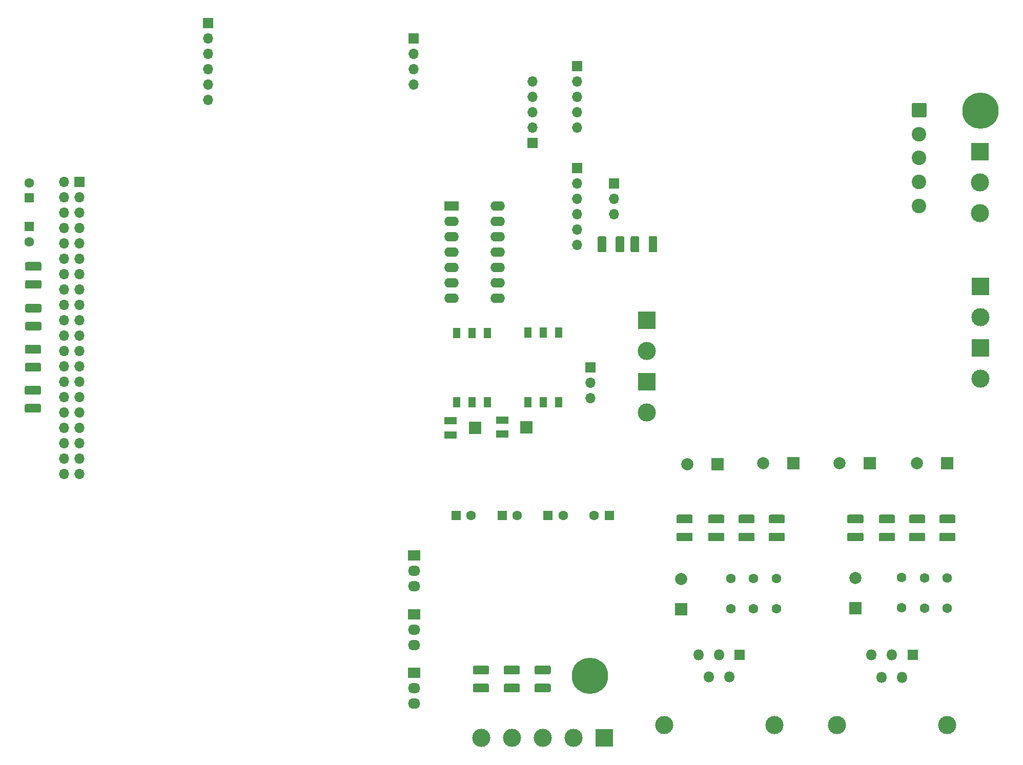
<source format=gts>
G04 #@! TF.GenerationSoftware,KiCad,Pcbnew,5.1.5+dfsg1-2build2*
G04 #@! TF.CreationDate,2020-11-12T16:29:49+01:00*
G04 #@! TF.ProjectId,motherboard,6d6f7468-6572-4626-9f61-72642e6b6963,v0.3*
G04 #@! TF.SameCoordinates,Original*
G04 #@! TF.FileFunction,Soldermask,Top*
G04 #@! TF.FilePolarity,Negative*
%FSLAX46Y46*%
G04 Gerber Fmt 4.6, Leading zero omitted, Abs format (unit mm)*
G04 Created by KiCad (PCBNEW 5.1.5+dfsg1-2build2) date 2020-11-12 16:29:49*
%MOMM*%
%LPD*%
G04 APERTURE LIST*
%ADD10O,2.400000X1.600000*%
%ADD11R,2.400000X1.600000*%
%ADD12C,0.150000*%
%ADD13C,2.400000*%
%ADD14O,1.700000X1.700000*%
%ADD15R,1.700000X1.700000*%
%ADD16C,3.000000*%
%ADD17R,3.000000X3.000000*%
%ADD18O,2.030000X1.730000*%
%ADD19R,2.030000X1.730000*%
%ADD20C,5.999480*%
%ADD21R,1.200000X1.800000*%
%ADD22C,1.600000*%
%ADD23R,1.600000X1.600000*%
%ADD24R,2.000000X1.300000*%
%ADD25R,2.000000X2.000000*%
%ADD26O,1.800000X1.800000*%
%ADD27R,1.800000X1.800000*%
%ADD28C,2.000000*%
G04 APERTURE END LIST*
D10*
X105895000Y-59850000D03*
X98275000Y-75090000D03*
X105895000Y-62390000D03*
X98275000Y-72550000D03*
X105895000Y-64930000D03*
X98275000Y-70010000D03*
X105895000Y-67470000D03*
X98275000Y-67470000D03*
X105895000Y-70010000D03*
X98275000Y-64930000D03*
X105895000Y-72550000D03*
X98275000Y-62390000D03*
X105895000Y-75090000D03*
D11*
X98275000Y-59850000D03*
D12*
G36*
X176474504Y-42801204D02*
G01*
X176498773Y-42804804D01*
X176522571Y-42810765D01*
X176545671Y-42819030D01*
X176567849Y-42829520D01*
X176588893Y-42842133D01*
X176608598Y-42856747D01*
X176626777Y-42873223D01*
X176643253Y-42891402D01*
X176657867Y-42911107D01*
X176670480Y-42932151D01*
X176680970Y-42954329D01*
X176689235Y-42977429D01*
X176695196Y-43001227D01*
X176698796Y-43025496D01*
X176700000Y-43050000D01*
X176700000Y-44950000D01*
X176698796Y-44974504D01*
X176695196Y-44998773D01*
X176689235Y-45022571D01*
X176680970Y-45045671D01*
X176670480Y-45067849D01*
X176657867Y-45088893D01*
X176643253Y-45108598D01*
X176626777Y-45126777D01*
X176608598Y-45143253D01*
X176588893Y-45157867D01*
X176567849Y-45170480D01*
X176545671Y-45180970D01*
X176522571Y-45189235D01*
X176498773Y-45195196D01*
X176474504Y-45198796D01*
X176450000Y-45200000D01*
X174550000Y-45200000D01*
X174525496Y-45198796D01*
X174501227Y-45195196D01*
X174477429Y-45189235D01*
X174454329Y-45180970D01*
X174432151Y-45170480D01*
X174411107Y-45157867D01*
X174391402Y-45143253D01*
X174373223Y-45126777D01*
X174356747Y-45108598D01*
X174342133Y-45088893D01*
X174329520Y-45067849D01*
X174319030Y-45045671D01*
X174310765Y-45022571D01*
X174304804Y-44998773D01*
X174301204Y-44974504D01*
X174300000Y-44950000D01*
X174300000Y-43050000D01*
X174301204Y-43025496D01*
X174304804Y-43001227D01*
X174310765Y-42977429D01*
X174319030Y-42954329D01*
X174329520Y-42932151D01*
X174342133Y-42911107D01*
X174356747Y-42891402D01*
X174373223Y-42873223D01*
X174391402Y-42856747D01*
X174411107Y-42842133D01*
X174432151Y-42829520D01*
X174454329Y-42819030D01*
X174477429Y-42810765D01*
X174501227Y-42804804D01*
X174525496Y-42801204D01*
X174550000Y-42800000D01*
X176450000Y-42800000D01*
X176474504Y-42801204D01*
G37*
D13*
X175500000Y-47960000D03*
X175500000Y-51920000D03*
X175500000Y-55880000D03*
X175500000Y-59840000D03*
D14*
X111650000Y-39290000D03*
X111650000Y-41830000D03*
X111650000Y-44370000D03*
X111650000Y-46910000D03*
D15*
X111650000Y-49450000D03*
D16*
X180108000Y-145598000D03*
X161908000Y-145598000D03*
X151554000Y-145574000D03*
X133354000Y-145574000D03*
D12*
G36*
X123574504Y-64851204D02*
G01*
X123598773Y-64854804D01*
X123622571Y-64860765D01*
X123645671Y-64869030D01*
X123667849Y-64879520D01*
X123688893Y-64892133D01*
X123708598Y-64906747D01*
X123726777Y-64923223D01*
X123743253Y-64941402D01*
X123757867Y-64961107D01*
X123770480Y-64982151D01*
X123780970Y-65004329D01*
X123789235Y-65027429D01*
X123795196Y-65051227D01*
X123798796Y-65075496D01*
X123800000Y-65100000D01*
X123800000Y-67250000D01*
X123798796Y-67274504D01*
X123795196Y-67298773D01*
X123789235Y-67322571D01*
X123780970Y-67345671D01*
X123770480Y-67367849D01*
X123757867Y-67388893D01*
X123743253Y-67408598D01*
X123726777Y-67426777D01*
X123708598Y-67443253D01*
X123688893Y-67457867D01*
X123667849Y-67470480D01*
X123645671Y-67480970D01*
X123622571Y-67489235D01*
X123598773Y-67495196D01*
X123574504Y-67498796D01*
X123550000Y-67500000D01*
X122625000Y-67500000D01*
X122600496Y-67498796D01*
X122576227Y-67495196D01*
X122552429Y-67489235D01*
X122529329Y-67480970D01*
X122507151Y-67470480D01*
X122486107Y-67457867D01*
X122466402Y-67443253D01*
X122448223Y-67426777D01*
X122431747Y-67408598D01*
X122417133Y-67388893D01*
X122404520Y-67367849D01*
X122394030Y-67345671D01*
X122385765Y-67322571D01*
X122379804Y-67298773D01*
X122376204Y-67274504D01*
X122375000Y-67250000D01*
X122375000Y-65100000D01*
X122376204Y-65075496D01*
X122379804Y-65051227D01*
X122385765Y-65027429D01*
X122394030Y-65004329D01*
X122404520Y-64982151D01*
X122417133Y-64961107D01*
X122431747Y-64941402D01*
X122448223Y-64923223D01*
X122466402Y-64906747D01*
X122486107Y-64892133D01*
X122507151Y-64879520D01*
X122529329Y-64869030D01*
X122552429Y-64860765D01*
X122576227Y-64854804D01*
X122600496Y-64851204D01*
X122625000Y-64850000D01*
X123550000Y-64850000D01*
X123574504Y-64851204D01*
G37*
G36*
X126549504Y-64851204D02*
G01*
X126573773Y-64854804D01*
X126597571Y-64860765D01*
X126620671Y-64869030D01*
X126642849Y-64879520D01*
X126663893Y-64892133D01*
X126683598Y-64906747D01*
X126701777Y-64923223D01*
X126718253Y-64941402D01*
X126732867Y-64961107D01*
X126745480Y-64982151D01*
X126755970Y-65004329D01*
X126764235Y-65027429D01*
X126770196Y-65051227D01*
X126773796Y-65075496D01*
X126775000Y-65100000D01*
X126775000Y-67250000D01*
X126773796Y-67274504D01*
X126770196Y-67298773D01*
X126764235Y-67322571D01*
X126755970Y-67345671D01*
X126745480Y-67367849D01*
X126732867Y-67388893D01*
X126718253Y-67408598D01*
X126701777Y-67426777D01*
X126683598Y-67443253D01*
X126663893Y-67457867D01*
X126642849Y-67470480D01*
X126620671Y-67480970D01*
X126597571Y-67489235D01*
X126573773Y-67495196D01*
X126549504Y-67498796D01*
X126525000Y-67500000D01*
X125600000Y-67500000D01*
X125575496Y-67498796D01*
X125551227Y-67495196D01*
X125527429Y-67489235D01*
X125504329Y-67480970D01*
X125482151Y-67470480D01*
X125461107Y-67457867D01*
X125441402Y-67443253D01*
X125423223Y-67426777D01*
X125406747Y-67408598D01*
X125392133Y-67388893D01*
X125379520Y-67367849D01*
X125369030Y-67345671D01*
X125360765Y-67322571D01*
X125354804Y-67298773D01*
X125351204Y-67274504D01*
X125350000Y-67250000D01*
X125350000Y-65100000D01*
X125351204Y-65075496D01*
X125354804Y-65051227D01*
X125360765Y-65027429D01*
X125369030Y-65004329D01*
X125379520Y-64982151D01*
X125392133Y-64961107D01*
X125406747Y-64941402D01*
X125423223Y-64923223D01*
X125441402Y-64906747D01*
X125461107Y-64892133D01*
X125482151Y-64879520D01*
X125504329Y-64869030D01*
X125527429Y-64860765D01*
X125551227Y-64854804D01*
X125575496Y-64851204D01*
X125600000Y-64850000D01*
X126525000Y-64850000D01*
X126549504Y-64851204D01*
G37*
G36*
X131999504Y-64851204D02*
G01*
X132023773Y-64854804D01*
X132047571Y-64860765D01*
X132070671Y-64869030D01*
X132092849Y-64879520D01*
X132113893Y-64892133D01*
X132133598Y-64906747D01*
X132151777Y-64923223D01*
X132168253Y-64941402D01*
X132182867Y-64961107D01*
X132195480Y-64982151D01*
X132205970Y-65004329D01*
X132214235Y-65027429D01*
X132220196Y-65051227D01*
X132223796Y-65075496D01*
X132225000Y-65100000D01*
X132225000Y-67250000D01*
X132223796Y-67274504D01*
X132220196Y-67298773D01*
X132214235Y-67322571D01*
X132205970Y-67345671D01*
X132195480Y-67367849D01*
X132182867Y-67388893D01*
X132168253Y-67408598D01*
X132151777Y-67426777D01*
X132133598Y-67443253D01*
X132113893Y-67457867D01*
X132092849Y-67470480D01*
X132070671Y-67480970D01*
X132047571Y-67489235D01*
X132023773Y-67495196D01*
X131999504Y-67498796D01*
X131975000Y-67500000D01*
X131050000Y-67500000D01*
X131025496Y-67498796D01*
X131001227Y-67495196D01*
X130977429Y-67489235D01*
X130954329Y-67480970D01*
X130932151Y-67470480D01*
X130911107Y-67457867D01*
X130891402Y-67443253D01*
X130873223Y-67426777D01*
X130856747Y-67408598D01*
X130842133Y-67388893D01*
X130829520Y-67367849D01*
X130819030Y-67345671D01*
X130810765Y-67322571D01*
X130804804Y-67298773D01*
X130801204Y-67274504D01*
X130800000Y-67250000D01*
X130800000Y-65100000D01*
X130801204Y-65075496D01*
X130804804Y-65051227D01*
X130810765Y-65027429D01*
X130819030Y-65004329D01*
X130829520Y-64982151D01*
X130842133Y-64961107D01*
X130856747Y-64941402D01*
X130873223Y-64923223D01*
X130891402Y-64906747D01*
X130911107Y-64892133D01*
X130932151Y-64879520D01*
X130954329Y-64869030D01*
X130977429Y-64860765D01*
X131001227Y-64854804D01*
X131025496Y-64851204D01*
X131050000Y-64850000D01*
X131975000Y-64850000D01*
X131999504Y-64851204D01*
G37*
G36*
X129024504Y-64851204D02*
G01*
X129048773Y-64854804D01*
X129072571Y-64860765D01*
X129095671Y-64869030D01*
X129117849Y-64879520D01*
X129138893Y-64892133D01*
X129158598Y-64906747D01*
X129176777Y-64923223D01*
X129193253Y-64941402D01*
X129207867Y-64961107D01*
X129220480Y-64982151D01*
X129230970Y-65004329D01*
X129239235Y-65027429D01*
X129245196Y-65051227D01*
X129248796Y-65075496D01*
X129250000Y-65100000D01*
X129250000Y-67250000D01*
X129248796Y-67274504D01*
X129245196Y-67298773D01*
X129239235Y-67322571D01*
X129230970Y-67345671D01*
X129220480Y-67367849D01*
X129207867Y-67388893D01*
X129193253Y-67408598D01*
X129176777Y-67426777D01*
X129158598Y-67443253D01*
X129138893Y-67457867D01*
X129117849Y-67470480D01*
X129095671Y-67480970D01*
X129072571Y-67489235D01*
X129048773Y-67495196D01*
X129024504Y-67498796D01*
X129000000Y-67500000D01*
X128075000Y-67500000D01*
X128050496Y-67498796D01*
X128026227Y-67495196D01*
X128002429Y-67489235D01*
X127979329Y-67480970D01*
X127957151Y-67470480D01*
X127936107Y-67457867D01*
X127916402Y-67443253D01*
X127898223Y-67426777D01*
X127881747Y-67408598D01*
X127867133Y-67388893D01*
X127854520Y-67367849D01*
X127844030Y-67345671D01*
X127835765Y-67322571D01*
X127829804Y-67298773D01*
X127826204Y-67274504D01*
X127825000Y-67250000D01*
X127825000Y-65100000D01*
X127826204Y-65075496D01*
X127829804Y-65051227D01*
X127835765Y-65027429D01*
X127844030Y-65004329D01*
X127854520Y-64982151D01*
X127867133Y-64961107D01*
X127881747Y-64941402D01*
X127898223Y-64923223D01*
X127916402Y-64906747D01*
X127936107Y-64892133D01*
X127957151Y-64879520D01*
X127979329Y-64869030D01*
X128002429Y-64860765D01*
X128026227Y-64854804D01*
X128050496Y-64851204D01*
X128075000Y-64850000D01*
X129000000Y-64850000D01*
X129024504Y-64851204D01*
G37*
D16*
X185600000Y-88350000D03*
D17*
X185600000Y-83270000D03*
D18*
X92100000Y-122680000D03*
X92100000Y-120140000D03*
D19*
X92100000Y-117600000D03*
D20*
X121100000Y-137500000D03*
X185625000Y-44050000D03*
D14*
X125075000Y-61155000D03*
X125075000Y-58615000D03*
D15*
X125075000Y-56075000D03*
D12*
G36*
X30249504Y-76001204D02*
G01*
X30273773Y-76004804D01*
X30297571Y-76010765D01*
X30320671Y-76019030D01*
X30342849Y-76029520D01*
X30363893Y-76042133D01*
X30383598Y-76056747D01*
X30401777Y-76073223D01*
X30418253Y-76091402D01*
X30432867Y-76111107D01*
X30445480Y-76132151D01*
X30455970Y-76154329D01*
X30464235Y-76177429D01*
X30470196Y-76201227D01*
X30473796Y-76225496D01*
X30475000Y-76250000D01*
X30475000Y-77175000D01*
X30473796Y-77199504D01*
X30470196Y-77223773D01*
X30464235Y-77247571D01*
X30455970Y-77270671D01*
X30445480Y-77292849D01*
X30432867Y-77313893D01*
X30418253Y-77333598D01*
X30401777Y-77351777D01*
X30383598Y-77368253D01*
X30363893Y-77382867D01*
X30342849Y-77395480D01*
X30320671Y-77405970D01*
X30297571Y-77414235D01*
X30273773Y-77420196D01*
X30249504Y-77423796D01*
X30225000Y-77425000D01*
X28075000Y-77425000D01*
X28050496Y-77423796D01*
X28026227Y-77420196D01*
X28002429Y-77414235D01*
X27979329Y-77405970D01*
X27957151Y-77395480D01*
X27936107Y-77382867D01*
X27916402Y-77368253D01*
X27898223Y-77351777D01*
X27881747Y-77333598D01*
X27867133Y-77313893D01*
X27854520Y-77292849D01*
X27844030Y-77270671D01*
X27835765Y-77247571D01*
X27829804Y-77223773D01*
X27826204Y-77199504D01*
X27825000Y-77175000D01*
X27825000Y-76250000D01*
X27826204Y-76225496D01*
X27829804Y-76201227D01*
X27835765Y-76177429D01*
X27844030Y-76154329D01*
X27854520Y-76132151D01*
X27867133Y-76111107D01*
X27881747Y-76091402D01*
X27898223Y-76073223D01*
X27916402Y-76056747D01*
X27936107Y-76042133D01*
X27957151Y-76029520D01*
X27979329Y-76019030D01*
X28002429Y-76010765D01*
X28026227Y-76004804D01*
X28050496Y-76001204D01*
X28075000Y-76000000D01*
X30225000Y-76000000D01*
X30249504Y-76001204D01*
G37*
G36*
X30249504Y-78976204D02*
G01*
X30273773Y-78979804D01*
X30297571Y-78985765D01*
X30320671Y-78994030D01*
X30342849Y-79004520D01*
X30363893Y-79017133D01*
X30383598Y-79031747D01*
X30401777Y-79048223D01*
X30418253Y-79066402D01*
X30432867Y-79086107D01*
X30445480Y-79107151D01*
X30455970Y-79129329D01*
X30464235Y-79152429D01*
X30470196Y-79176227D01*
X30473796Y-79200496D01*
X30475000Y-79225000D01*
X30475000Y-80150000D01*
X30473796Y-80174504D01*
X30470196Y-80198773D01*
X30464235Y-80222571D01*
X30455970Y-80245671D01*
X30445480Y-80267849D01*
X30432867Y-80288893D01*
X30418253Y-80308598D01*
X30401777Y-80326777D01*
X30383598Y-80343253D01*
X30363893Y-80357867D01*
X30342849Y-80370480D01*
X30320671Y-80380970D01*
X30297571Y-80389235D01*
X30273773Y-80395196D01*
X30249504Y-80398796D01*
X30225000Y-80400000D01*
X28075000Y-80400000D01*
X28050496Y-80398796D01*
X28026227Y-80395196D01*
X28002429Y-80389235D01*
X27979329Y-80380970D01*
X27957151Y-80370480D01*
X27936107Y-80357867D01*
X27916402Y-80343253D01*
X27898223Y-80326777D01*
X27881747Y-80308598D01*
X27867133Y-80288893D01*
X27854520Y-80267849D01*
X27844030Y-80245671D01*
X27835765Y-80222571D01*
X27829804Y-80198773D01*
X27826204Y-80174504D01*
X27825000Y-80150000D01*
X27825000Y-79225000D01*
X27826204Y-79200496D01*
X27829804Y-79176227D01*
X27835765Y-79152429D01*
X27844030Y-79129329D01*
X27854520Y-79107151D01*
X27867133Y-79086107D01*
X27881747Y-79066402D01*
X27898223Y-79048223D01*
X27916402Y-79031747D01*
X27936107Y-79017133D01*
X27957151Y-79004520D01*
X27979329Y-78994030D01*
X28002429Y-78985765D01*
X28026227Y-78979804D01*
X28050496Y-78976204D01*
X28075000Y-78975000D01*
X30225000Y-78975000D01*
X30249504Y-78976204D01*
G37*
G36*
X30174504Y-89576204D02*
G01*
X30198773Y-89579804D01*
X30222571Y-89585765D01*
X30245671Y-89594030D01*
X30267849Y-89604520D01*
X30288893Y-89617133D01*
X30308598Y-89631747D01*
X30326777Y-89648223D01*
X30343253Y-89666402D01*
X30357867Y-89686107D01*
X30370480Y-89707151D01*
X30380970Y-89729329D01*
X30389235Y-89752429D01*
X30395196Y-89776227D01*
X30398796Y-89800496D01*
X30400000Y-89825000D01*
X30400000Y-90750000D01*
X30398796Y-90774504D01*
X30395196Y-90798773D01*
X30389235Y-90822571D01*
X30380970Y-90845671D01*
X30370480Y-90867849D01*
X30357867Y-90888893D01*
X30343253Y-90908598D01*
X30326777Y-90926777D01*
X30308598Y-90943253D01*
X30288893Y-90957867D01*
X30267849Y-90970480D01*
X30245671Y-90980970D01*
X30222571Y-90989235D01*
X30198773Y-90995196D01*
X30174504Y-90998796D01*
X30150000Y-91000000D01*
X28000000Y-91000000D01*
X27975496Y-90998796D01*
X27951227Y-90995196D01*
X27927429Y-90989235D01*
X27904329Y-90980970D01*
X27882151Y-90970480D01*
X27861107Y-90957867D01*
X27841402Y-90943253D01*
X27823223Y-90926777D01*
X27806747Y-90908598D01*
X27792133Y-90888893D01*
X27779520Y-90867849D01*
X27769030Y-90845671D01*
X27760765Y-90822571D01*
X27754804Y-90798773D01*
X27751204Y-90774504D01*
X27750000Y-90750000D01*
X27750000Y-89825000D01*
X27751204Y-89800496D01*
X27754804Y-89776227D01*
X27760765Y-89752429D01*
X27769030Y-89729329D01*
X27779520Y-89707151D01*
X27792133Y-89686107D01*
X27806747Y-89666402D01*
X27823223Y-89648223D01*
X27841402Y-89631747D01*
X27861107Y-89617133D01*
X27882151Y-89604520D01*
X27904329Y-89594030D01*
X27927429Y-89585765D01*
X27951227Y-89579804D01*
X27975496Y-89576204D01*
X28000000Y-89575000D01*
X30150000Y-89575000D01*
X30174504Y-89576204D01*
G37*
G36*
X30174504Y-92551204D02*
G01*
X30198773Y-92554804D01*
X30222571Y-92560765D01*
X30245671Y-92569030D01*
X30267849Y-92579520D01*
X30288893Y-92592133D01*
X30308598Y-92606747D01*
X30326777Y-92623223D01*
X30343253Y-92641402D01*
X30357867Y-92661107D01*
X30370480Y-92682151D01*
X30380970Y-92704329D01*
X30389235Y-92727429D01*
X30395196Y-92751227D01*
X30398796Y-92775496D01*
X30400000Y-92800000D01*
X30400000Y-93725000D01*
X30398796Y-93749504D01*
X30395196Y-93773773D01*
X30389235Y-93797571D01*
X30380970Y-93820671D01*
X30370480Y-93842849D01*
X30357867Y-93863893D01*
X30343253Y-93883598D01*
X30326777Y-93901777D01*
X30308598Y-93918253D01*
X30288893Y-93932867D01*
X30267849Y-93945480D01*
X30245671Y-93955970D01*
X30222571Y-93964235D01*
X30198773Y-93970196D01*
X30174504Y-93973796D01*
X30150000Y-93975000D01*
X28000000Y-93975000D01*
X27975496Y-93973796D01*
X27951227Y-93970196D01*
X27927429Y-93964235D01*
X27904329Y-93955970D01*
X27882151Y-93945480D01*
X27861107Y-93932867D01*
X27841402Y-93918253D01*
X27823223Y-93901777D01*
X27806747Y-93883598D01*
X27792133Y-93863893D01*
X27779520Y-93842849D01*
X27769030Y-93820671D01*
X27760765Y-93797571D01*
X27754804Y-93773773D01*
X27751204Y-93749504D01*
X27750000Y-93725000D01*
X27750000Y-92800000D01*
X27751204Y-92775496D01*
X27754804Y-92751227D01*
X27760765Y-92727429D01*
X27769030Y-92704329D01*
X27779520Y-92682151D01*
X27792133Y-92661107D01*
X27806747Y-92641402D01*
X27823223Y-92623223D01*
X27841402Y-92606747D01*
X27861107Y-92592133D01*
X27882151Y-92579520D01*
X27904329Y-92569030D01*
X27927429Y-92560765D01*
X27951227Y-92554804D01*
X27975496Y-92551204D01*
X28000000Y-92550000D01*
X30150000Y-92550000D01*
X30174504Y-92551204D01*
G37*
G36*
X30249504Y-69101204D02*
G01*
X30273773Y-69104804D01*
X30297571Y-69110765D01*
X30320671Y-69119030D01*
X30342849Y-69129520D01*
X30363893Y-69142133D01*
X30383598Y-69156747D01*
X30401777Y-69173223D01*
X30418253Y-69191402D01*
X30432867Y-69211107D01*
X30445480Y-69232151D01*
X30455970Y-69254329D01*
X30464235Y-69277429D01*
X30470196Y-69301227D01*
X30473796Y-69325496D01*
X30475000Y-69350000D01*
X30475000Y-70275000D01*
X30473796Y-70299504D01*
X30470196Y-70323773D01*
X30464235Y-70347571D01*
X30455970Y-70370671D01*
X30445480Y-70392849D01*
X30432867Y-70413893D01*
X30418253Y-70433598D01*
X30401777Y-70451777D01*
X30383598Y-70468253D01*
X30363893Y-70482867D01*
X30342849Y-70495480D01*
X30320671Y-70505970D01*
X30297571Y-70514235D01*
X30273773Y-70520196D01*
X30249504Y-70523796D01*
X30225000Y-70525000D01*
X28075000Y-70525000D01*
X28050496Y-70523796D01*
X28026227Y-70520196D01*
X28002429Y-70514235D01*
X27979329Y-70505970D01*
X27957151Y-70495480D01*
X27936107Y-70482867D01*
X27916402Y-70468253D01*
X27898223Y-70451777D01*
X27881747Y-70433598D01*
X27867133Y-70413893D01*
X27854520Y-70392849D01*
X27844030Y-70370671D01*
X27835765Y-70347571D01*
X27829804Y-70323773D01*
X27826204Y-70299504D01*
X27825000Y-70275000D01*
X27825000Y-69350000D01*
X27826204Y-69325496D01*
X27829804Y-69301227D01*
X27835765Y-69277429D01*
X27844030Y-69254329D01*
X27854520Y-69232151D01*
X27867133Y-69211107D01*
X27881747Y-69191402D01*
X27898223Y-69173223D01*
X27916402Y-69156747D01*
X27936107Y-69142133D01*
X27957151Y-69129520D01*
X27979329Y-69119030D01*
X28002429Y-69110765D01*
X28026227Y-69104804D01*
X28050496Y-69101204D01*
X28075000Y-69100000D01*
X30225000Y-69100000D01*
X30249504Y-69101204D01*
G37*
G36*
X30249504Y-72076204D02*
G01*
X30273773Y-72079804D01*
X30297571Y-72085765D01*
X30320671Y-72094030D01*
X30342849Y-72104520D01*
X30363893Y-72117133D01*
X30383598Y-72131747D01*
X30401777Y-72148223D01*
X30418253Y-72166402D01*
X30432867Y-72186107D01*
X30445480Y-72207151D01*
X30455970Y-72229329D01*
X30464235Y-72252429D01*
X30470196Y-72276227D01*
X30473796Y-72300496D01*
X30475000Y-72325000D01*
X30475000Y-73250000D01*
X30473796Y-73274504D01*
X30470196Y-73298773D01*
X30464235Y-73322571D01*
X30455970Y-73345671D01*
X30445480Y-73367849D01*
X30432867Y-73388893D01*
X30418253Y-73408598D01*
X30401777Y-73426777D01*
X30383598Y-73443253D01*
X30363893Y-73457867D01*
X30342849Y-73470480D01*
X30320671Y-73480970D01*
X30297571Y-73489235D01*
X30273773Y-73495196D01*
X30249504Y-73498796D01*
X30225000Y-73500000D01*
X28075000Y-73500000D01*
X28050496Y-73498796D01*
X28026227Y-73495196D01*
X28002429Y-73489235D01*
X27979329Y-73480970D01*
X27957151Y-73470480D01*
X27936107Y-73457867D01*
X27916402Y-73443253D01*
X27898223Y-73426777D01*
X27881747Y-73408598D01*
X27867133Y-73388893D01*
X27854520Y-73367849D01*
X27844030Y-73345671D01*
X27835765Y-73322571D01*
X27829804Y-73298773D01*
X27826204Y-73274504D01*
X27825000Y-73250000D01*
X27825000Y-72325000D01*
X27826204Y-72300496D01*
X27829804Y-72276227D01*
X27835765Y-72252429D01*
X27844030Y-72229329D01*
X27854520Y-72207151D01*
X27867133Y-72186107D01*
X27881747Y-72166402D01*
X27898223Y-72148223D01*
X27916402Y-72131747D01*
X27936107Y-72117133D01*
X27957151Y-72104520D01*
X27979329Y-72094030D01*
X28002429Y-72085765D01*
X28026227Y-72079804D01*
X28050496Y-72076204D01*
X28075000Y-72075000D01*
X30225000Y-72075000D01*
X30249504Y-72076204D01*
G37*
G36*
X30199504Y-82801204D02*
G01*
X30223773Y-82804804D01*
X30247571Y-82810765D01*
X30270671Y-82819030D01*
X30292849Y-82829520D01*
X30313893Y-82842133D01*
X30333598Y-82856747D01*
X30351777Y-82873223D01*
X30368253Y-82891402D01*
X30382867Y-82911107D01*
X30395480Y-82932151D01*
X30405970Y-82954329D01*
X30414235Y-82977429D01*
X30420196Y-83001227D01*
X30423796Y-83025496D01*
X30425000Y-83050000D01*
X30425000Y-83975000D01*
X30423796Y-83999504D01*
X30420196Y-84023773D01*
X30414235Y-84047571D01*
X30405970Y-84070671D01*
X30395480Y-84092849D01*
X30382867Y-84113893D01*
X30368253Y-84133598D01*
X30351777Y-84151777D01*
X30333598Y-84168253D01*
X30313893Y-84182867D01*
X30292849Y-84195480D01*
X30270671Y-84205970D01*
X30247571Y-84214235D01*
X30223773Y-84220196D01*
X30199504Y-84223796D01*
X30175000Y-84225000D01*
X28025000Y-84225000D01*
X28000496Y-84223796D01*
X27976227Y-84220196D01*
X27952429Y-84214235D01*
X27929329Y-84205970D01*
X27907151Y-84195480D01*
X27886107Y-84182867D01*
X27866402Y-84168253D01*
X27848223Y-84151777D01*
X27831747Y-84133598D01*
X27817133Y-84113893D01*
X27804520Y-84092849D01*
X27794030Y-84070671D01*
X27785765Y-84047571D01*
X27779804Y-84023773D01*
X27776204Y-83999504D01*
X27775000Y-83975000D01*
X27775000Y-83050000D01*
X27776204Y-83025496D01*
X27779804Y-83001227D01*
X27785765Y-82977429D01*
X27794030Y-82954329D01*
X27804520Y-82932151D01*
X27817133Y-82911107D01*
X27831747Y-82891402D01*
X27848223Y-82873223D01*
X27866402Y-82856747D01*
X27886107Y-82842133D01*
X27907151Y-82829520D01*
X27929329Y-82819030D01*
X27952429Y-82810765D01*
X27976227Y-82804804D01*
X28000496Y-82801204D01*
X28025000Y-82800000D01*
X30175000Y-82800000D01*
X30199504Y-82801204D01*
G37*
G36*
X30199504Y-85776204D02*
G01*
X30223773Y-85779804D01*
X30247571Y-85785765D01*
X30270671Y-85794030D01*
X30292849Y-85804520D01*
X30313893Y-85817133D01*
X30333598Y-85831747D01*
X30351777Y-85848223D01*
X30368253Y-85866402D01*
X30382867Y-85886107D01*
X30395480Y-85907151D01*
X30405970Y-85929329D01*
X30414235Y-85952429D01*
X30420196Y-85976227D01*
X30423796Y-86000496D01*
X30425000Y-86025000D01*
X30425000Y-86950000D01*
X30423796Y-86974504D01*
X30420196Y-86998773D01*
X30414235Y-87022571D01*
X30405970Y-87045671D01*
X30395480Y-87067849D01*
X30382867Y-87088893D01*
X30368253Y-87108598D01*
X30351777Y-87126777D01*
X30333598Y-87143253D01*
X30313893Y-87157867D01*
X30292849Y-87170480D01*
X30270671Y-87180970D01*
X30247571Y-87189235D01*
X30223773Y-87195196D01*
X30199504Y-87198796D01*
X30175000Y-87200000D01*
X28025000Y-87200000D01*
X28000496Y-87198796D01*
X27976227Y-87195196D01*
X27952429Y-87189235D01*
X27929329Y-87180970D01*
X27907151Y-87170480D01*
X27886107Y-87157867D01*
X27866402Y-87143253D01*
X27848223Y-87126777D01*
X27831747Y-87108598D01*
X27817133Y-87088893D01*
X27804520Y-87067849D01*
X27794030Y-87045671D01*
X27785765Y-87022571D01*
X27779804Y-86998773D01*
X27776204Y-86974504D01*
X27775000Y-86950000D01*
X27775000Y-86025000D01*
X27776204Y-86000496D01*
X27779804Y-85976227D01*
X27785765Y-85952429D01*
X27794030Y-85929329D01*
X27804520Y-85907151D01*
X27817133Y-85886107D01*
X27831747Y-85866402D01*
X27848223Y-85848223D01*
X27866402Y-85831747D01*
X27886107Y-85817133D01*
X27907151Y-85804520D01*
X27929329Y-85794030D01*
X27952429Y-85785765D01*
X27976227Y-85779804D01*
X28000496Y-85776204D01*
X28025000Y-85775000D01*
X30175000Y-85775000D01*
X30199504Y-85776204D01*
G37*
D16*
X185600000Y-78205000D03*
D17*
X185600000Y-73125000D03*
D21*
X104140000Y-80800000D03*
X101600000Y-80800000D03*
X99060000Y-80800000D03*
X104140000Y-92300000D03*
X101600000Y-92300000D03*
X99060000Y-92300000D03*
X115940000Y-80750000D03*
X113400000Y-80750000D03*
X110860000Y-80750000D03*
X115940000Y-92250000D03*
X113400000Y-92250000D03*
X110860000Y-92250000D03*
D14*
X58000000Y-42350000D03*
X58000000Y-39810000D03*
X58000000Y-37270000D03*
X58000000Y-34730000D03*
X58000000Y-32190000D03*
D15*
X58000000Y-29650000D03*
D22*
X28500000Y-56000000D03*
D23*
X28500000Y-58500000D03*
D22*
X28500000Y-65750000D03*
D23*
X28500000Y-63250000D03*
D12*
G36*
X148049504Y-113826204D02*
G01*
X148073773Y-113829804D01*
X148097571Y-113835765D01*
X148120671Y-113844030D01*
X148142849Y-113854520D01*
X148163893Y-113867133D01*
X148183598Y-113881747D01*
X148201777Y-113898223D01*
X148218253Y-113916402D01*
X148232867Y-113936107D01*
X148245480Y-113957151D01*
X148255970Y-113979329D01*
X148264235Y-114002429D01*
X148270196Y-114026227D01*
X148273796Y-114050496D01*
X148275000Y-114075000D01*
X148275000Y-115000000D01*
X148273796Y-115024504D01*
X148270196Y-115048773D01*
X148264235Y-115072571D01*
X148255970Y-115095671D01*
X148245480Y-115117849D01*
X148232867Y-115138893D01*
X148218253Y-115158598D01*
X148201777Y-115176777D01*
X148183598Y-115193253D01*
X148163893Y-115207867D01*
X148142849Y-115220480D01*
X148120671Y-115230970D01*
X148097571Y-115239235D01*
X148073773Y-115245196D01*
X148049504Y-115248796D01*
X148025000Y-115250000D01*
X145875000Y-115250000D01*
X145850496Y-115248796D01*
X145826227Y-115245196D01*
X145802429Y-115239235D01*
X145779329Y-115230970D01*
X145757151Y-115220480D01*
X145736107Y-115207867D01*
X145716402Y-115193253D01*
X145698223Y-115176777D01*
X145681747Y-115158598D01*
X145667133Y-115138893D01*
X145654520Y-115117849D01*
X145644030Y-115095671D01*
X145635765Y-115072571D01*
X145629804Y-115048773D01*
X145626204Y-115024504D01*
X145625000Y-115000000D01*
X145625000Y-114075000D01*
X145626204Y-114050496D01*
X145629804Y-114026227D01*
X145635765Y-114002429D01*
X145644030Y-113979329D01*
X145654520Y-113957151D01*
X145667133Y-113936107D01*
X145681747Y-113916402D01*
X145698223Y-113898223D01*
X145716402Y-113881747D01*
X145736107Y-113867133D01*
X145757151Y-113854520D01*
X145779329Y-113844030D01*
X145802429Y-113835765D01*
X145826227Y-113829804D01*
X145850496Y-113826204D01*
X145875000Y-113825000D01*
X148025000Y-113825000D01*
X148049504Y-113826204D01*
G37*
G36*
X148049504Y-110851204D02*
G01*
X148073773Y-110854804D01*
X148097571Y-110860765D01*
X148120671Y-110869030D01*
X148142849Y-110879520D01*
X148163893Y-110892133D01*
X148183598Y-110906747D01*
X148201777Y-110923223D01*
X148218253Y-110941402D01*
X148232867Y-110961107D01*
X148245480Y-110982151D01*
X148255970Y-111004329D01*
X148264235Y-111027429D01*
X148270196Y-111051227D01*
X148273796Y-111075496D01*
X148275000Y-111100000D01*
X148275000Y-112025000D01*
X148273796Y-112049504D01*
X148270196Y-112073773D01*
X148264235Y-112097571D01*
X148255970Y-112120671D01*
X148245480Y-112142849D01*
X148232867Y-112163893D01*
X148218253Y-112183598D01*
X148201777Y-112201777D01*
X148183598Y-112218253D01*
X148163893Y-112232867D01*
X148142849Y-112245480D01*
X148120671Y-112255970D01*
X148097571Y-112264235D01*
X148073773Y-112270196D01*
X148049504Y-112273796D01*
X148025000Y-112275000D01*
X145875000Y-112275000D01*
X145850496Y-112273796D01*
X145826227Y-112270196D01*
X145802429Y-112264235D01*
X145779329Y-112255970D01*
X145757151Y-112245480D01*
X145736107Y-112232867D01*
X145716402Y-112218253D01*
X145698223Y-112201777D01*
X145681747Y-112183598D01*
X145667133Y-112163893D01*
X145654520Y-112142849D01*
X145644030Y-112120671D01*
X145635765Y-112097571D01*
X145629804Y-112073773D01*
X145626204Y-112049504D01*
X145625000Y-112025000D01*
X145625000Y-111100000D01*
X145626204Y-111075496D01*
X145629804Y-111051227D01*
X145635765Y-111027429D01*
X145644030Y-111004329D01*
X145654520Y-110982151D01*
X145667133Y-110961107D01*
X145681747Y-110941402D01*
X145698223Y-110923223D01*
X145716402Y-110906747D01*
X145736107Y-110892133D01*
X145757151Y-110879520D01*
X145779329Y-110869030D01*
X145802429Y-110860765D01*
X145826227Y-110854804D01*
X145850496Y-110851204D01*
X145875000Y-110850000D01*
X148025000Y-110850000D01*
X148049504Y-110851204D01*
G37*
G36*
X176249504Y-113826204D02*
G01*
X176273773Y-113829804D01*
X176297571Y-113835765D01*
X176320671Y-113844030D01*
X176342849Y-113854520D01*
X176363893Y-113867133D01*
X176383598Y-113881747D01*
X176401777Y-113898223D01*
X176418253Y-113916402D01*
X176432867Y-113936107D01*
X176445480Y-113957151D01*
X176455970Y-113979329D01*
X176464235Y-114002429D01*
X176470196Y-114026227D01*
X176473796Y-114050496D01*
X176475000Y-114075000D01*
X176475000Y-115000000D01*
X176473796Y-115024504D01*
X176470196Y-115048773D01*
X176464235Y-115072571D01*
X176455970Y-115095671D01*
X176445480Y-115117849D01*
X176432867Y-115138893D01*
X176418253Y-115158598D01*
X176401777Y-115176777D01*
X176383598Y-115193253D01*
X176363893Y-115207867D01*
X176342849Y-115220480D01*
X176320671Y-115230970D01*
X176297571Y-115239235D01*
X176273773Y-115245196D01*
X176249504Y-115248796D01*
X176225000Y-115250000D01*
X174075000Y-115250000D01*
X174050496Y-115248796D01*
X174026227Y-115245196D01*
X174002429Y-115239235D01*
X173979329Y-115230970D01*
X173957151Y-115220480D01*
X173936107Y-115207867D01*
X173916402Y-115193253D01*
X173898223Y-115176777D01*
X173881747Y-115158598D01*
X173867133Y-115138893D01*
X173854520Y-115117849D01*
X173844030Y-115095671D01*
X173835765Y-115072571D01*
X173829804Y-115048773D01*
X173826204Y-115024504D01*
X173825000Y-115000000D01*
X173825000Y-114075000D01*
X173826204Y-114050496D01*
X173829804Y-114026227D01*
X173835765Y-114002429D01*
X173844030Y-113979329D01*
X173854520Y-113957151D01*
X173867133Y-113936107D01*
X173881747Y-113916402D01*
X173898223Y-113898223D01*
X173916402Y-113881747D01*
X173936107Y-113867133D01*
X173957151Y-113854520D01*
X173979329Y-113844030D01*
X174002429Y-113835765D01*
X174026227Y-113829804D01*
X174050496Y-113826204D01*
X174075000Y-113825000D01*
X176225000Y-113825000D01*
X176249504Y-113826204D01*
G37*
G36*
X176249504Y-110851204D02*
G01*
X176273773Y-110854804D01*
X176297571Y-110860765D01*
X176320671Y-110869030D01*
X176342849Y-110879520D01*
X176363893Y-110892133D01*
X176383598Y-110906747D01*
X176401777Y-110923223D01*
X176418253Y-110941402D01*
X176432867Y-110961107D01*
X176445480Y-110982151D01*
X176455970Y-111004329D01*
X176464235Y-111027429D01*
X176470196Y-111051227D01*
X176473796Y-111075496D01*
X176475000Y-111100000D01*
X176475000Y-112025000D01*
X176473796Y-112049504D01*
X176470196Y-112073773D01*
X176464235Y-112097571D01*
X176455970Y-112120671D01*
X176445480Y-112142849D01*
X176432867Y-112163893D01*
X176418253Y-112183598D01*
X176401777Y-112201777D01*
X176383598Y-112218253D01*
X176363893Y-112232867D01*
X176342849Y-112245480D01*
X176320671Y-112255970D01*
X176297571Y-112264235D01*
X176273773Y-112270196D01*
X176249504Y-112273796D01*
X176225000Y-112275000D01*
X174075000Y-112275000D01*
X174050496Y-112273796D01*
X174026227Y-112270196D01*
X174002429Y-112264235D01*
X173979329Y-112255970D01*
X173957151Y-112245480D01*
X173936107Y-112232867D01*
X173916402Y-112218253D01*
X173898223Y-112201777D01*
X173881747Y-112183598D01*
X173867133Y-112163893D01*
X173854520Y-112142849D01*
X173844030Y-112120671D01*
X173835765Y-112097571D01*
X173829804Y-112073773D01*
X173826204Y-112049504D01*
X173825000Y-112025000D01*
X173825000Y-111100000D01*
X173826204Y-111075496D01*
X173829804Y-111051227D01*
X173835765Y-111027429D01*
X173844030Y-111004329D01*
X173854520Y-110982151D01*
X173867133Y-110961107D01*
X173881747Y-110941402D01*
X173898223Y-110923223D01*
X173916402Y-110906747D01*
X173936107Y-110892133D01*
X173957151Y-110879520D01*
X173979329Y-110869030D01*
X174002429Y-110860765D01*
X174026227Y-110854804D01*
X174050496Y-110851204D01*
X174075000Y-110850000D01*
X176225000Y-110850000D01*
X176249504Y-110851204D01*
G37*
G36*
X143049504Y-110851204D02*
G01*
X143073773Y-110854804D01*
X143097571Y-110860765D01*
X143120671Y-110869030D01*
X143142849Y-110879520D01*
X143163893Y-110892133D01*
X143183598Y-110906747D01*
X143201777Y-110923223D01*
X143218253Y-110941402D01*
X143232867Y-110961107D01*
X143245480Y-110982151D01*
X143255970Y-111004329D01*
X143264235Y-111027429D01*
X143270196Y-111051227D01*
X143273796Y-111075496D01*
X143275000Y-111100000D01*
X143275000Y-112025000D01*
X143273796Y-112049504D01*
X143270196Y-112073773D01*
X143264235Y-112097571D01*
X143255970Y-112120671D01*
X143245480Y-112142849D01*
X143232867Y-112163893D01*
X143218253Y-112183598D01*
X143201777Y-112201777D01*
X143183598Y-112218253D01*
X143163893Y-112232867D01*
X143142849Y-112245480D01*
X143120671Y-112255970D01*
X143097571Y-112264235D01*
X143073773Y-112270196D01*
X143049504Y-112273796D01*
X143025000Y-112275000D01*
X140875000Y-112275000D01*
X140850496Y-112273796D01*
X140826227Y-112270196D01*
X140802429Y-112264235D01*
X140779329Y-112255970D01*
X140757151Y-112245480D01*
X140736107Y-112232867D01*
X140716402Y-112218253D01*
X140698223Y-112201777D01*
X140681747Y-112183598D01*
X140667133Y-112163893D01*
X140654520Y-112142849D01*
X140644030Y-112120671D01*
X140635765Y-112097571D01*
X140629804Y-112073773D01*
X140626204Y-112049504D01*
X140625000Y-112025000D01*
X140625000Y-111100000D01*
X140626204Y-111075496D01*
X140629804Y-111051227D01*
X140635765Y-111027429D01*
X140644030Y-111004329D01*
X140654520Y-110982151D01*
X140667133Y-110961107D01*
X140681747Y-110941402D01*
X140698223Y-110923223D01*
X140716402Y-110906747D01*
X140736107Y-110892133D01*
X140757151Y-110879520D01*
X140779329Y-110869030D01*
X140802429Y-110860765D01*
X140826227Y-110854804D01*
X140850496Y-110851204D01*
X140875000Y-110850000D01*
X143025000Y-110850000D01*
X143049504Y-110851204D01*
G37*
G36*
X143049504Y-113826204D02*
G01*
X143073773Y-113829804D01*
X143097571Y-113835765D01*
X143120671Y-113844030D01*
X143142849Y-113854520D01*
X143163893Y-113867133D01*
X143183598Y-113881747D01*
X143201777Y-113898223D01*
X143218253Y-113916402D01*
X143232867Y-113936107D01*
X143245480Y-113957151D01*
X143255970Y-113979329D01*
X143264235Y-114002429D01*
X143270196Y-114026227D01*
X143273796Y-114050496D01*
X143275000Y-114075000D01*
X143275000Y-115000000D01*
X143273796Y-115024504D01*
X143270196Y-115048773D01*
X143264235Y-115072571D01*
X143255970Y-115095671D01*
X143245480Y-115117849D01*
X143232867Y-115138893D01*
X143218253Y-115158598D01*
X143201777Y-115176777D01*
X143183598Y-115193253D01*
X143163893Y-115207867D01*
X143142849Y-115220480D01*
X143120671Y-115230970D01*
X143097571Y-115239235D01*
X143073773Y-115245196D01*
X143049504Y-115248796D01*
X143025000Y-115250000D01*
X140875000Y-115250000D01*
X140850496Y-115248796D01*
X140826227Y-115245196D01*
X140802429Y-115239235D01*
X140779329Y-115230970D01*
X140757151Y-115220480D01*
X140736107Y-115207867D01*
X140716402Y-115193253D01*
X140698223Y-115176777D01*
X140681747Y-115158598D01*
X140667133Y-115138893D01*
X140654520Y-115117849D01*
X140644030Y-115095671D01*
X140635765Y-115072571D01*
X140629804Y-115048773D01*
X140626204Y-115024504D01*
X140625000Y-115000000D01*
X140625000Y-114075000D01*
X140626204Y-114050496D01*
X140629804Y-114026227D01*
X140635765Y-114002429D01*
X140644030Y-113979329D01*
X140654520Y-113957151D01*
X140667133Y-113936107D01*
X140681747Y-113916402D01*
X140698223Y-113898223D01*
X140716402Y-113881747D01*
X140736107Y-113867133D01*
X140757151Y-113854520D01*
X140779329Y-113844030D01*
X140802429Y-113835765D01*
X140826227Y-113829804D01*
X140850496Y-113826204D01*
X140875000Y-113825000D01*
X143025000Y-113825000D01*
X143049504Y-113826204D01*
G37*
G36*
X137849504Y-113826204D02*
G01*
X137873773Y-113829804D01*
X137897571Y-113835765D01*
X137920671Y-113844030D01*
X137942849Y-113854520D01*
X137963893Y-113867133D01*
X137983598Y-113881747D01*
X138001777Y-113898223D01*
X138018253Y-113916402D01*
X138032867Y-113936107D01*
X138045480Y-113957151D01*
X138055970Y-113979329D01*
X138064235Y-114002429D01*
X138070196Y-114026227D01*
X138073796Y-114050496D01*
X138075000Y-114075000D01*
X138075000Y-115000000D01*
X138073796Y-115024504D01*
X138070196Y-115048773D01*
X138064235Y-115072571D01*
X138055970Y-115095671D01*
X138045480Y-115117849D01*
X138032867Y-115138893D01*
X138018253Y-115158598D01*
X138001777Y-115176777D01*
X137983598Y-115193253D01*
X137963893Y-115207867D01*
X137942849Y-115220480D01*
X137920671Y-115230970D01*
X137897571Y-115239235D01*
X137873773Y-115245196D01*
X137849504Y-115248796D01*
X137825000Y-115250000D01*
X135675000Y-115250000D01*
X135650496Y-115248796D01*
X135626227Y-115245196D01*
X135602429Y-115239235D01*
X135579329Y-115230970D01*
X135557151Y-115220480D01*
X135536107Y-115207867D01*
X135516402Y-115193253D01*
X135498223Y-115176777D01*
X135481747Y-115158598D01*
X135467133Y-115138893D01*
X135454520Y-115117849D01*
X135444030Y-115095671D01*
X135435765Y-115072571D01*
X135429804Y-115048773D01*
X135426204Y-115024504D01*
X135425000Y-115000000D01*
X135425000Y-114075000D01*
X135426204Y-114050496D01*
X135429804Y-114026227D01*
X135435765Y-114002429D01*
X135444030Y-113979329D01*
X135454520Y-113957151D01*
X135467133Y-113936107D01*
X135481747Y-113916402D01*
X135498223Y-113898223D01*
X135516402Y-113881747D01*
X135536107Y-113867133D01*
X135557151Y-113854520D01*
X135579329Y-113844030D01*
X135602429Y-113835765D01*
X135626227Y-113829804D01*
X135650496Y-113826204D01*
X135675000Y-113825000D01*
X137825000Y-113825000D01*
X137849504Y-113826204D01*
G37*
G36*
X137849504Y-110851204D02*
G01*
X137873773Y-110854804D01*
X137897571Y-110860765D01*
X137920671Y-110869030D01*
X137942849Y-110879520D01*
X137963893Y-110892133D01*
X137983598Y-110906747D01*
X138001777Y-110923223D01*
X138018253Y-110941402D01*
X138032867Y-110961107D01*
X138045480Y-110982151D01*
X138055970Y-111004329D01*
X138064235Y-111027429D01*
X138070196Y-111051227D01*
X138073796Y-111075496D01*
X138075000Y-111100000D01*
X138075000Y-112025000D01*
X138073796Y-112049504D01*
X138070196Y-112073773D01*
X138064235Y-112097571D01*
X138055970Y-112120671D01*
X138045480Y-112142849D01*
X138032867Y-112163893D01*
X138018253Y-112183598D01*
X138001777Y-112201777D01*
X137983598Y-112218253D01*
X137963893Y-112232867D01*
X137942849Y-112245480D01*
X137920671Y-112255970D01*
X137897571Y-112264235D01*
X137873773Y-112270196D01*
X137849504Y-112273796D01*
X137825000Y-112275000D01*
X135675000Y-112275000D01*
X135650496Y-112273796D01*
X135626227Y-112270196D01*
X135602429Y-112264235D01*
X135579329Y-112255970D01*
X135557151Y-112245480D01*
X135536107Y-112232867D01*
X135516402Y-112218253D01*
X135498223Y-112201777D01*
X135481747Y-112183598D01*
X135467133Y-112163893D01*
X135454520Y-112142849D01*
X135444030Y-112120671D01*
X135435765Y-112097571D01*
X135429804Y-112073773D01*
X135426204Y-112049504D01*
X135425000Y-112025000D01*
X135425000Y-111100000D01*
X135426204Y-111075496D01*
X135429804Y-111051227D01*
X135435765Y-111027429D01*
X135444030Y-111004329D01*
X135454520Y-110982151D01*
X135467133Y-110961107D01*
X135481747Y-110941402D01*
X135498223Y-110923223D01*
X135516402Y-110906747D01*
X135536107Y-110892133D01*
X135557151Y-110879520D01*
X135579329Y-110869030D01*
X135602429Y-110860765D01*
X135626227Y-110854804D01*
X135650496Y-110851204D01*
X135675000Y-110850000D01*
X137825000Y-110850000D01*
X137849504Y-110851204D01*
G37*
G36*
X171249504Y-110851204D02*
G01*
X171273773Y-110854804D01*
X171297571Y-110860765D01*
X171320671Y-110869030D01*
X171342849Y-110879520D01*
X171363893Y-110892133D01*
X171383598Y-110906747D01*
X171401777Y-110923223D01*
X171418253Y-110941402D01*
X171432867Y-110961107D01*
X171445480Y-110982151D01*
X171455970Y-111004329D01*
X171464235Y-111027429D01*
X171470196Y-111051227D01*
X171473796Y-111075496D01*
X171475000Y-111100000D01*
X171475000Y-112025000D01*
X171473796Y-112049504D01*
X171470196Y-112073773D01*
X171464235Y-112097571D01*
X171455970Y-112120671D01*
X171445480Y-112142849D01*
X171432867Y-112163893D01*
X171418253Y-112183598D01*
X171401777Y-112201777D01*
X171383598Y-112218253D01*
X171363893Y-112232867D01*
X171342849Y-112245480D01*
X171320671Y-112255970D01*
X171297571Y-112264235D01*
X171273773Y-112270196D01*
X171249504Y-112273796D01*
X171225000Y-112275000D01*
X169075000Y-112275000D01*
X169050496Y-112273796D01*
X169026227Y-112270196D01*
X169002429Y-112264235D01*
X168979329Y-112255970D01*
X168957151Y-112245480D01*
X168936107Y-112232867D01*
X168916402Y-112218253D01*
X168898223Y-112201777D01*
X168881747Y-112183598D01*
X168867133Y-112163893D01*
X168854520Y-112142849D01*
X168844030Y-112120671D01*
X168835765Y-112097571D01*
X168829804Y-112073773D01*
X168826204Y-112049504D01*
X168825000Y-112025000D01*
X168825000Y-111100000D01*
X168826204Y-111075496D01*
X168829804Y-111051227D01*
X168835765Y-111027429D01*
X168844030Y-111004329D01*
X168854520Y-110982151D01*
X168867133Y-110961107D01*
X168881747Y-110941402D01*
X168898223Y-110923223D01*
X168916402Y-110906747D01*
X168936107Y-110892133D01*
X168957151Y-110879520D01*
X168979329Y-110869030D01*
X169002429Y-110860765D01*
X169026227Y-110854804D01*
X169050496Y-110851204D01*
X169075000Y-110850000D01*
X171225000Y-110850000D01*
X171249504Y-110851204D01*
G37*
G36*
X171249504Y-113826204D02*
G01*
X171273773Y-113829804D01*
X171297571Y-113835765D01*
X171320671Y-113844030D01*
X171342849Y-113854520D01*
X171363893Y-113867133D01*
X171383598Y-113881747D01*
X171401777Y-113898223D01*
X171418253Y-113916402D01*
X171432867Y-113936107D01*
X171445480Y-113957151D01*
X171455970Y-113979329D01*
X171464235Y-114002429D01*
X171470196Y-114026227D01*
X171473796Y-114050496D01*
X171475000Y-114075000D01*
X171475000Y-115000000D01*
X171473796Y-115024504D01*
X171470196Y-115048773D01*
X171464235Y-115072571D01*
X171455970Y-115095671D01*
X171445480Y-115117849D01*
X171432867Y-115138893D01*
X171418253Y-115158598D01*
X171401777Y-115176777D01*
X171383598Y-115193253D01*
X171363893Y-115207867D01*
X171342849Y-115220480D01*
X171320671Y-115230970D01*
X171297571Y-115239235D01*
X171273773Y-115245196D01*
X171249504Y-115248796D01*
X171225000Y-115250000D01*
X169075000Y-115250000D01*
X169050496Y-115248796D01*
X169026227Y-115245196D01*
X169002429Y-115239235D01*
X168979329Y-115230970D01*
X168957151Y-115220480D01*
X168936107Y-115207867D01*
X168916402Y-115193253D01*
X168898223Y-115176777D01*
X168881747Y-115158598D01*
X168867133Y-115138893D01*
X168854520Y-115117849D01*
X168844030Y-115095671D01*
X168835765Y-115072571D01*
X168829804Y-115048773D01*
X168826204Y-115024504D01*
X168825000Y-115000000D01*
X168825000Y-114075000D01*
X168826204Y-114050496D01*
X168829804Y-114026227D01*
X168835765Y-114002429D01*
X168844030Y-113979329D01*
X168854520Y-113957151D01*
X168867133Y-113936107D01*
X168881747Y-113916402D01*
X168898223Y-113898223D01*
X168916402Y-113881747D01*
X168936107Y-113867133D01*
X168957151Y-113854520D01*
X168979329Y-113844030D01*
X169002429Y-113835765D01*
X169026227Y-113829804D01*
X169050496Y-113826204D01*
X169075000Y-113825000D01*
X171225000Y-113825000D01*
X171249504Y-113826204D01*
G37*
G36*
X166049504Y-113826204D02*
G01*
X166073773Y-113829804D01*
X166097571Y-113835765D01*
X166120671Y-113844030D01*
X166142849Y-113854520D01*
X166163893Y-113867133D01*
X166183598Y-113881747D01*
X166201777Y-113898223D01*
X166218253Y-113916402D01*
X166232867Y-113936107D01*
X166245480Y-113957151D01*
X166255970Y-113979329D01*
X166264235Y-114002429D01*
X166270196Y-114026227D01*
X166273796Y-114050496D01*
X166275000Y-114075000D01*
X166275000Y-115000000D01*
X166273796Y-115024504D01*
X166270196Y-115048773D01*
X166264235Y-115072571D01*
X166255970Y-115095671D01*
X166245480Y-115117849D01*
X166232867Y-115138893D01*
X166218253Y-115158598D01*
X166201777Y-115176777D01*
X166183598Y-115193253D01*
X166163893Y-115207867D01*
X166142849Y-115220480D01*
X166120671Y-115230970D01*
X166097571Y-115239235D01*
X166073773Y-115245196D01*
X166049504Y-115248796D01*
X166025000Y-115250000D01*
X163875000Y-115250000D01*
X163850496Y-115248796D01*
X163826227Y-115245196D01*
X163802429Y-115239235D01*
X163779329Y-115230970D01*
X163757151Y-115220480D01*
X163736107Y-115207867D01*
X163716402Y-115193253D01*
X163698223Y-115176777D01*
X163681747Y-115158598D01*
X163667133Y-115138893D01*
X163654520Y-115117849D01*
X163644030Y-115095671D01*
X163635765Y-115072571D01*
X163629804Y-115048773D01*
X163626204Y-115024504D01*
X163625000Y-115000000D01*
X163625000Y-114075000D01*
X163626204Y-114050496D01*
X163629804Y-114026227D01*
X163635765Y-114002429D01*
X163644030Y-113979329D01*
X163654520Y-113957151D01*
X163667133Y-113936107D01*
X163681747Y-113916402D01*
X163698223Y-113898223D01*
X163716402Y-113881747D01*
X163736107Y-113867133D01*
X163757151Y-113854520D01*
X163779329Y-113844030D01*
X163802429Y-113835765D01*
X163826227Y-113829804D01*
X163850496Y-113826204D01*
X163875000Y-113825000D01*
X166025000Y-113825000D01*
X166049504Y-113826204D01*
G37*
G36*
X166049504Y-110851204D02*
G01*
X166073773Y-110854804D01*
X166097571Y-110860765D01*
X166120671Y-110869030D01*
X166142849Y-110879520D01*
X166163893Y-110892133D01*
X166183598Y-110906747D01*
X166201777Y-110923223D01*
X166218253Y-110941402D01*
X166232867Y-110961107D01*
X166245480Y-110982151D01*
X166255970Y-111004329D01*
X166264235Y-111027429D01*
X166270196Y-111051227D01*
X166273796Y-111075496D01*
X166275000Y-111100000D01*
X166275000Y-112025000D01*
X166273796Y-112049504D01*
X166270196Y-112073773D01*
X166264235Y-112097571D01*
X166255970Y-112120671D01*
X166245480Y-112142849D01*
X166232867Y-112163893D01*
X166218253Y-112183598D01*
X166201777Y-112201777D01*
X166183598Y-112218253D01*
X166163893Y-112232867D01*
X166142849Y-112245480D01*
X166120671Y-112255970D01*
X166097571Y-112264235D01*
X166073773Y-112270196D01*
X166049504Y-112273796D01*
X166025000Y-112275000D01*
X163875000Y-112275000D01*
X163850496Y-112273796D01*
X163826227Y-112270196D01*
X163802429Y-112264235D01*
X163779329Y-112255970D01*
X163757151Y-112245480D01*
X163736107Y-112232867D01*
X163716402Y-112218253D01*
X163698223Y-112201777D01*
X163681747Y-112183598D01*
X163667133Y-112163893D01*
X163654520Y-112142849D01*
X163644030Y-112120671D01*
X163635765Y-112097571D01*
X163629804Y-112073773D01*
X163626204Y-112049504D01*
X163625000Y-112025000D01*
X163625000Y-111100000D01*
X163626204Y-111075496D01*
X163629804Y-111051227D01*
X163635765Y-111027429D01*
X163644030Y-111004329D01*
X163654520Y-110982151D01*
X163667133Y-110961107D01*
X163681747Y-110941402D01*
X163698223Y-110923223D01*
X163716402Y-110906747D01*
X163736107Y-110892133D01*
X163757151Y-110879520D01*
X163779329Y-110869030D01*
X163802429Y-110860765D01*
X163826227Y-110854804D01*
X163850496Y-110851204D01*
X163875000Y-110850000D01*
X166025000Y-110850000D01*
X166049504Y-110851204D01*
G37*
G36*
X153049504Y-113826204D02*
G01*
X153073773Y-113829804D01*
X153097571Y-113835765D01*
X153120671Y-113844030D01*
X153142849Y-113854520D01*
X153163893Y-113867133D01*
X153183598Y-113881747D01*
X153201777Y-113898223D01*
X153218253Y-113916402D01*
X153232867Y-113936107D01*
X153245480Y-113957151D01*
X153255970Y-113979329D01*
X153264235Y-114002429D01*
X153270196Y-114026227D01*
X153273796Y-114050496D01*
X153275000Y-114075000D01*
X153275000Y-115000000D01*
X153273796Y-115024504D01*
X153270196Y-115048773D01*
X153264235Y-115072571D01*
X153255970Y-115095671D01*
X153245480Y-115117849D01*
X153232867Y-115138893D01*
X153218253Y-115158598D01*
X153201777Y-115176777D01*
X153183598Y-115193253D01*
X153163893Y-115207867D01*
X153142849Y-115220480D01*
X153120671Y-115230970D01*
X153097571Y-115239235D01*
X153073773Y-115245196D01*
X153049504Y-115248796D01*
X153025000Y-115250000D01*
X150875000Y-115250000D01*
X150850496Y-115248796D01*
X150826227Y-115245196D01*
X150802429Y-115239235D01*
X150779329Y-115230970D01*
X150757151Y-115220480D01*
X150736107Y-115207867D01*
X150716402Y-115193253D01*
X150698223Y-115176777D01*
X150681747Y-115158598D01*
X150667133Y-115138893D01*
X150654520Y-115117849D01*
X150644030Y-115095671D01*
X150635765Y-115072571D01*
X150629804Y-115048773D01*
X150626204Y-115024504D01*
X150625000Y-115000000D01*
X150625000Y-114075000D01*
X150626204Y-114050496D01*
X150629804Y-114026227D01*
X150635765Y-114002429D01*
X150644030Y-113979329D01*
X150654520Y-113957151D01*
X150667133Y-113936107D01*
X150681747Y-113916402D01*
X150698223Y-113898223D01*
X150716402Y-113881747D01*
X150736107Y-113867133D01*
X150757151Y-113854520D01*
X150779329Y-113844030D01*
X150802429Y-113835765D01*
X150826227Y-113829804D01*
X150850496Y-113826204D01*
X150875000Y-113825000D01*
X153025000Y-113825000D01*
X153049504Y-113826204D01*
G37*
G36*
X153049504Y-110851204D02*
G01*
X153073773Y-110854804D01*
X153097571Y-110860765D01*
X153120671Y-110869030D01*
X153142849Y-110879520D01*
X153163893Y-110892133D01*
X153183598Y-110906747D01*
X153201777Y-110923223D01*
X153218253Y-110941402D01*
X153232867Y-110961107D01*
X153245480Y-110982151D01*
X153255970Y-111004329D01*
X153264235Y-111027429D01*
X153270196Y-111051227D01*
X153273796Y-111075496D01*
X153275000Y-111100000D01*
X153275000Y-112025000D01*
X153273796Y-112049504D01*
X153270196Y-112073773D01*
X153264235Y-112097571D01*
X153255970Y-112120671D01*
X153245480Y-112142849D01*
X153232867Y-112163893D01*
X153218253Y-112183598D01*
X153201777Y-112201777D01*
X153183598Y-112218253D01*
X153163893Y-112232867D01*
X153142849Y-112245480D01*
X153120671Y-112255970D01*
X153097571Y-112264235D01*
X153073773Y-112270196D01*
X153049504Y-112273796D01*
X153025000Y-112275000D01*
X150875000Y-112275000D01*
X150850496Y-112273796D01*
X150826227Y-112270196D01*
X150802429Y-112264235D01*
X150779329Y-112255970D01*
X150757151Y-112245480D01*
X150736107Y-112232867D01*
X150716402Y-112218253D01*
X150698223Y-112201777D01*
X150681747Y-112183598D01*
X150667133Y-112163893D01*
X150654520Y-112142849D01*
X150644030Y-112120671D01*
X150635765Y-112097571D01*
X150629804Y-112073773D01*
X150626204Y-112049504D01*
X150625000Y-112025000D01*
X150625000Y-111100000D01*
X150626204Y-111075496D01*
X150629804Y-111051227D01*
X150635765Y-111027429D01*
X150644030Y-111004329D01*
X150654520Y-110982151D01*
X150667133Y-110961107D01*
X150681747Y-110941402D01*
X150698223Y-110923223D01*
X150716402Y-110906747D01*
X150736107Y-110892133D01*
X150757151Y-110879520D01*
X150779329Y-110869030D01*
X150802429Y-110860765D01*
X150826227Y-110854804D01*
X150850496Y-110851204D01*
X150875000Y-110850000D01*
X153025000Y-110850000D01*
X153049504Y-110851204D01*
G37*
G36*
X181249504Y-113826204D02*
G01*
X181273773Y-113829804D01*
X181297571Y-113835765D01*
X181320671Y-113844030D01*
X181342849Y-113854520D01*
X181363893Y-113867133D01*
X181383598Y-113881747D01*
X181401777Y-113898223D01*
X181418253Y-113916402D01*
X181432867Y-113936107D01*
X181445480Y-113957151D01*
X181455970Y-113979329D01*
X181464235Y-114002429D01*
X181470196Y-114026227D01*
X181473796Y-114050496D01*
X181475000Y-114075000D01*
X181475000Y-115000000D01*
X181473796Y-115024504D01*
X181470196Y-115048773D01*
X181464235Y-115072571D01*
X181455970Y-115095671D01*
X181445480Y-115117849D01*
X181432867Y-115138893D01*
X181418253Y-115158598D01*
X181401777Y-115176777D01*
X181383598Y-115193253D01*
X181363893Y-115207867D01*
X181342849Y-115220480D01*
X181320671Y-115230970D01*
X181297571Y-115239235D01*
X181273773Y-115245196D01*
X181249504Y-115248796D01*
X181225000Y-115250000D01*
X179075000Y-115250000D01*
X179050496Y-115248796D01*
X179026227Y-115245196D01*
X179002429Y-115239235D01*
X178979329Y-115230970D01*
X178957151Y-115220480D01*
X178936107Y-115207867D01*
X178916402Y-115193253D01*
X178898223Y-115176777D01*
X178881747Y-115158598D01*
X178867133Y-115138893D01*
X178854520Y-115117849D01*
X178844030Y-115095671D01*
X178835765Y-115072571D01*
X178829804Y-115048773D01*
X178826204Y-115024504D01*
X178825000Y-115000000D01*
X178825000Y-114075000D01*
X178826204Y-114050496D01*
X178829804Y-114026227D01*
X178835765Y-114002429D01*
X178844030Y-113979329D01*
X178854520Y-113957151D01*
X178867133Y-113936107D01*
X178881747Y-113916402D01*
X178898223Y-113898223D01*
X178916402Y-113881747D01*
X178936107Y-113867133D01*
X178957151Y-113854520D01*
X178979329Y-113844030D01*
X179002429Y-113835765D01*
X179026227Y-113829804D01*
X179050496Y-113826204D01*
X179075000Y-113825000D01*
X181225000Y-113825000D01*
X181249504Y-113826204D01*
G37*
G36*
X181249504Y-110851204D02*
G01*
X181273773Y-110854804D01*
X181297571Y-110860765D01*
X181320671Y-110869030D01*
X181342849Y-110879520D01*
X181363893Y-110892133D01*
X181383598Y-110906747D01*
X181401777Y-110923223D01*
X181418253Y-110941402D01*
X181432867Y-110961107D01*
X181445480Y-110982151D01*
X181455970Y-111004329D01*
X181464235Y-111027429D01*
X181470196Y-111051227D01*
X181473796Y-111075496D01*
X181475000Y-111100000D01*
X181475000Y-112025000D01*
X181473796Y-112049504D01*
X181470196Y-112073773D01*
X181464235Y-112097571D01*
X181455970Y-112120671D01*
X181445480Y-112142849D01*
X181432867Y-112163893D01*
X181418253Y-112183598D01*
X181401777Y-112201777D01*
X181383598Y-112218253D01*
X181363893Y-112232867D01*
X181342849Y-112245480D01*
X181320671Y-112255970D01*
X181297571Y-112264235D01*
X181273773Y-112270196D01*
X181249504Y-112273796D01*
X181225000Y-112275000D01*
X179075000Y-112275000D01*
X179050496Y-112273796D01*
X179026227Y-112270196D01*
X179002429Y-112264235D01*
X178979329Y-112255970D01*
X178957151Y-112245480D01*
X178936107Y-112232867D01*
X178916402Y-112218253D01*
X178898223Y-112201777D01*
X178881747Y-112183598D01*
X178867133Y-112163893D01*
X178854520Y-112142849D01*
X178844030Y-112120671D01*
X178835765Y-112097571D01*
X178829804Y-112073773D01*
X178826204Y-112049504D01*
X178825000Y-112025000D01*
X178825000Y-111100000D01*
X178826204Y-111075496D01*
X178829804Y-111051227D01*
X178835765Y-111027429D01*
X178844030Y-111004329D01*
X178854520Y-110982151D01*
X178867133Y-110961107D01*
X178881747Y-110941402D01*
X178898223Y-110923223D01*
X178916402Y-110906747D01*
X178936107Y-110892133D01*
X178957151Y-110879520D01*
X178979329Y-110869030D01*
X179002429Y-110860765D01*
X179026227Y-110854804D01*
X179050496Y-110851204D01*
X179075000Y-110850000D01*
X181225000Y-110850000D01*
X181249504Y-110851204D01*
G37*
D18*
X92100000Y-142080000D03*
X92100000Y-139540000D03*
D19*
X92100000Y-137000000D03*
D18*
X92100000Y-132380000D03*
X92100000Y-129840000D03*
D19*
X92100000Y-127300000D03*
D12*
G36*
X114399504Y-135801204D02*
G01*
X114423773Y-135804804D01*
X114447571Y-135810765D01*
X114470671Y-135819030D01*
X114492849Y-135829520D01*
X114513893Y-135842133D01*
X114533598Y-135856747D01*
X114551777Y-135873223D01*
X114568253Y-135891402D01*
X114582867Y-135911107D01*
X114595480Y-135932151D01*
X114605970Y-135954329D01*
X114614235Y-135977429D01*
X114620196Y-136001227D01*
X114623796Y-136025496D01*
X114625000Y-136050000D01*
X114625000Y-136975000D01*
X114623796Y-136999504D01*
X114620196Y-137023773D01*
X114614235Y-137047571D01*
X114605970Y-137070671D01*
X114595480Y-137092849D01*
X114582867Y-137113893D01*
X114568253Y-137133598D01*
X114551777Y-137151777D01*
X114533598Y-137168253D01*
X114513893Y-137182867D01*
X114492849Y-137195480D01*
X114470671Y-137205970D01*
X114447571Y-137214235D01*
X114423773Y-137220196D01*
X114399504Y-137223796D01*
X114375000Y-137225000D01*
X112225000Y-137225000D01*
X112200496Y-137223796D01*
X112176227Y-137220196D01*
X112152429Y-137214235D01*
X112129329Y-137205970D01*
X112107151Y-137195480D01*
X112086107Y-137182867D01*
X112066402Y-137168253D01*
X112048223Y-137151777D01*
X112031747Y-137133598D01*
X112017133Y-137113893D01*
X112004520Y-137092849D01*
X111994030Y-137070671D01*
X111985765Y-137047571D01*
X111979804Y-137023773D01*
X111976204Y-136999504D01*
X111975000Y-136975000D01*
X111975000Y-136050000D01*
X111976204Y-136025496D01*
X111979804Y-136001227D01*
X111985765Y-135977429D01*
X111994030Y-135954329D01*
X112004520Y-135932151D01*
X112017133Y-135911107D01*
X112031747Y-135891402D01*
X112048223Y-135873223D01*
X112066402Y-135856747D01*
X112086107Y-135842133D01*
X112107151Y-135829520D01*
X112129329Y-135819030D01*
X112152429Y-135810765D01*
X112176227Y-135804804D01*
X112200496Y-135801204D01*
X112225000Y-135800000D01*
X114375000Y-135800000D01*
X114399504Y-135801204D01*
G37*
G36*
X114399504Y-138776204D02*
G01*
X114423773Y-138779804D01*
X114447571Y-138785765D01*
X114470671Y-138794030D01*
X114492849Y-138804520D01*
X114513893Y-138817133D01*
X114533598Y-138831747D01*
X114551777Y-138848223D01*
X114568253Y-138866402D01*
X114582867Y-138886107D01*
X114595480Y-138907151D01*
X114605970Y-138929329D01*
X114614235Y-138952429D01*
X114620196Y-138976227D01*
X114623796Y-139000496D01*
X114625000Y-139025000D01*
X114625000Y-139950000D01*
X114623796Y-139974504D01*
X114620196Y-139998773D01*
X114614235Y-140022571D01*
X114605970Y-140045671D01*
X114595480Y-140067849D01*
X114582867Y-140088893D01*
X114568253Y-140108598D01*
X114551777Y-140126777D01*
X114533598Y-140143253D01*
X114513893Y-140157867D01*
X114492849Y-140170480D01*
X114470671Y-140180970D01*
X114447571Y-140189235D01*
X114423773Y-140195196D01*
X114399504Y-140198796D01*
X114375000Y-140200000D01*
X112225000Y-140200000D01*
X112200496Y-140198796D01*
X112176227Y-140195196D01*
X112152429Y-140189235D01*
X112129329Y-140180970D01*
X112107151Y-140170480D01*
X112086107Y-140157867D01*
X112066402Y-140143253D01*
X112048223Y-140126777D01*
X112031747Y-140108598D01*
X112017133Y-140088893D01*
X112004520Y-140067849D01*
X111994030Y-140045671D01*
X111985765Y-140022571D01*
X111979804Y-139998773D01*
X111976204Y-139974504D01*
X111975000Y-139950000D01*
X111975000Y-139025000D01*
X111976204Y-139000496D01*
X111979804Y-138976227D01*
X111985765Y-138952429D01*
X111994030Y-138929329D01*
X112004520Y-138907151D01*
X112017133Y-138886107D01*
X112031747Y-138866402D01*
X112048223Y-138848223D01*
X112066402Y-138831747D01*
X112086107Y-138817133D01*
X112107151Y-138804520D01*
X112129329Y-138794030D01*
X112152429Y-138785765D01*
X112176227Y-138779804D01*
X112200496Y-138776204D01*
X112225000Y-138775000D01*
X114375000Y-138775000D01*
X114399504Y-138776204D01*
G37*
G36*
X109299504Y-135801204D02*
G01*
X109323773Y-135804804D01*
X109347571Y-135810765D01*
X109370671Y-135819030D01*
X109392849Y-135829520D01*
X109413893Y-135842133D01*
X109433598Y-135856747D01*
X109451777Y-135873223D01*
X109468253Y-135891402D01*
X109482867Y-135911107D01*
X109495480Y-135932151D01*
X109505970Y-135954329D01*
X109514235Y-135977429D01*
X109520196Y-136001227D01*
X109523796Y-136025496D01*
X109525000Y-136050000D01*
X109525000Y-136975000D01*
X109523796Y-136999504D01*
X109520196Y-137023773D01*
X109514235Y-137047571D01*
X109505970Y-137070671D01*
X109495480Y-137092849D01*
X109482867Y-137113893D01*
X109468253Y-137133598D01*
X109451777Y-137151777D01*
X109433598Y-137168253D01*
X109413893Y-137182867D01*
X109392849Y-137195480D01*
X109370671Y-137205970D01*
X109347571Y-137214235D01*
X109323773Y-137220196D01*
X109299504Y-137223796D01*
X109275000Y-137225000D01*
X107125000Y-137225000D01*
X107100496Y-137223796D01*
X107076227Y-137220196D01*
X107052429Y-137214235D01*
X107029329Y-137205970D01*
X107007151Y-137195480D01*
X106986107Y-137182867D01*
X106966402Y-137168253D01*
X106948223Y-137151777D01*
X106931747Y-137133598D01*
X106917133Y-137113893D01*
X106904520Y-137092849D01*
X106894030Y-137070671D01*
X106885765Y-137047571D01*
X106879804Y-137023773D01*
X106876204Y-136999504D01*
X106875000Y-136975000D01*
X106875000Y-136050000D01*
X106876204Y-136025496D01*
X106879804Y-136001227D01*
X106885765Y-135977429D01*
X106894030Y-135954329D01*
X106904520Y-135932151D01*
X106917133Y-135911107D01*
X106931747Y-135891402D01*
X106948223Y-135873223D01*
X106966402Y-135856747D01*
X106986107Y-135842133D01*
X107007151Y-135829520D01*
X107029329Y-135819030D01*
X107052429Y-135810765D01*
X107076227Y-135804804D01*
X107100496Y-135801204D01*
X107125000Y-135800000D01*
X109275000Y-135800000D01*
X109299504Y-135801204D01*
G37*
G36*
X109299504Y-138776204D02*
G01*
X109323773Y-138779804D01*
X109347571Y-138785765D01*
X109370671Y-138794030D01*
X109392849Y-138804520D01*
X109413893Y-138817133D01*
X109433598Y-138831747D01*
X109451777Y-138848223D01*
X109468253Y-138866402D01*
X109482867Y-138886107D01*
X109495480Y-138907151D01*
X109505970Y-138929329D01*
X109514235Y-138952429D01*
X109520196Y-138976227D01*
X109523796Y-139000496D01*
X109525000Y-139025000D01*
X109525000Y-139950000D01*
X109523796Y-139974504D01*
X109520196Y-139998773D01*
X109514235Y-140022571D01*
X109505970Y-140045671D01*
X109495480Y-140067849D01*
X109482867Y-140088893D01*
X109468253Y-140108598D01*
X109451777Y-140126777D01*
X109433598Y-140143253D01*
X109413893Y-140157867D01*
X109392849Y-140170480D01*
X109370671Y-140180970D01*
X109347571Y-140189235D01*
X109323773Y-140195196D01*
X109299504Y-140198796D01*
X109275000Y-140200000D01*
X107125000Y-140200000D01*
X107100496Y-140198796D01*
X107076227Y-140195196D01*
X107052429Y-140189235D01*
X107029329Y-140180970D01*
X107007151Y-140170480D01*
X106986107Y-140157867D01*
X106966402Y-140143253D01*
X106948223Y-140126777D01*
X106931747Y-140108598D01*
X106917133Y-140088893D01*
X106904520Y-140067849D01*
X106894030Y-140045671D01*
X106885765Y-140022571D01*
X106879804Y-139998773D01*
X106876204Y-139974504D01*
X106875000Y-139950000D01*
X106875000Y-139025000D01*
X106876204Y-139000496D01*
X106879804Y-138976227D01*
X106885765Y-138952429D01*
X106894030Y-138929329D01*
X106904520Y-138907151D01*
X106917133Y-138886107D01*
X106931747Y-138866402D01*
X106948223Y-138848223D01*
X106966402Y-138831747D01*
X106986107Y-138817133D01*
X107007151Y-138804520D01*
X107029329Y-138794030D01*
X107052429Y-138785765D01*
X107076227Y-138779804D01*
X107100496Y-138776204D01*
X107125000Y-138775000D01*
X109275000Y-138775000D01*
X109299504Y-138776204D01*
G37*
G36*
X104199504Y-135801204D02*
G01*
X104223773Y-135804804D01*
X104247571Y-135810765D01*
X104270671Y-135819030D01*
X104292849Y-135829520D01*
X104313893Y-135842133D01*
X104333598Y-135856747D01*
X104351777Y-135873223D01*
X104368253Y-135891402D01*
X104382867Y-135911107D01*
X104395480Y-135932151D01*
X104405970Y-135954329D01*
X104414235Y-135977429D01*
X104420196Y-136001227D01*
X104423796Y-136025496D01*
X104425000Y-136050000D01*
X104425000Y-136975000D01*
X104423796Y-136999504D01*
X104420196Y-137023773D01*
X104414235Y-137047571D01*
X104405970Y-137070671D01*
X104395480Y-137092849D01*
X104382867Y-137113893D01*
X104368253Y-137133598D01*
X104351777Y-137151777D01*
X104333598Y-137168253D01*
X104313893Y-137182867D01*
X104292849Y-137195480D01*
X104270671Y-137205970D01*
X104247571Y-137214235D01*
X104223773Y-137220196D01*
X104199504Y-137223796D01*
X104175000Y-137225000D01*
X102025000Y-137225000D01*
X102000496Y-137223796D01*
X101976227Y-137220196D01*
X101952429Y-137214235D01*
X101929329Y-137205970D01*
X101907151Y-137195480D01*
X101886107Y-137182867D01*
X101866402Y-137168253D01*
X101848223Y-137151777D01*
X101831747Y-137133598D01*
X101817133Y-137113893D01*
X101804520Y-137092849D01*
X101794030Y-137070671D01*
X101785765Y-137047571D01*
X101779804Y-137023773D01*
X101776204Y-136999504D01*
X101775000Y-136975000D01*
X101775000Y-136050000D01*
X101776204Y-136025496D01*
X101779804Y-136001227D01*
X101785765Y-135977429D01*
X101794030Y-135954329D01*
X101804520Y-135932151D01*
X101817133Y-135911107D01*
X101831747Y-135891402D01*
X101848223Y-135873223D01*
X101866402Y-135856747D01*
X101886107Y-135842133D01*
X101907151Y-135829520D01*
X101929329Y-135819030D01*
X101952429Y-135810765D01*
X101976227Y-135804804D01*
X102000496Y-135801204D01*
X102025000Y-135800000D01*
X104175000Y-135800000D01*
X104199504Y-135801204D01*
G37*
G36*
X104199504Y-138776204D02*
G01*
X104223773Y-138779804D01*
X104247571Y-138785765D01*
X104270671Y-138794030D01*
X104292849Y-138804520D01*
X104313893Y-138817133D01*
X104333598Y-138831747D01*
X104351777Y-138848223D01*
X104368253Y-138866402D01*
X104382867Y-138886107D01*
X104395480Y-138907151D01*
X104405970Y-138929329D01*
X104414235Y-138952429D01*
X104420196Y-138976227D01*
X104423796Y-139000496D01*
X104425000Y-139025000D01*
X104425000Y-139950000D01*
X104423796Y-139974504D01*
X104420196Y-139998773D01*
X104414235Y-140022571D01*
X104405970Y-140045671D01*
X104395480Y-140067849D01*
X104382867Y-140088893D01*
X104368253Y-140108598D01*
X104351777Y-140126777D01*
X104333598Y-140143253D01*
X104313893Y-140157867D01*
X104292849Y-140170480D01*
X104270671Y-140180970D01*
X104247571Y-140189235D01*
X104223773Y-140195196D01*
X104199504Y-140198796D01*
X104175000Y-140200000D01*
X102025000Y-140200000D01*
X102000496Y-140198796D01*
X101976227Y-140195196D01*
X101952429Y-140189235D01*
X101929329Y-140180970D01*
X101907151Y-140170480D01*
X101886107Y-140157867D01*
X101866402Y-140143253D01*
X101848223Y-140126777D01*
X101831747Y-140108598D01*
X101817133Y-140088893D01*
X101804520Y-140067849D01*
X101794030Y-140045671D01*
X101785765Y-140022571D01*
X101779804Y-139998773D01*
X101776204Y-139974504D01*
X101775000Y-139950000D01*
X101775000Y-139025000D01*
X101776204Y-139000496D01*
X101779804Y-138976227D01*
X101785765Y-138952429D01*
X101794030Y-138929329D01*
X101804520Y-138907151D01*
X101817133Y-138886107D01*
X101831747Y-138866402D01*
X101848223Y-138848223D01*
X101866402Y-138831747D01*
X101886107Y-138817133D01*
X101907151Y-138804520D01*
X101929329Y-138794030D01*
X101952429Y-138785765D01*
X101976227Y-138779804D01*
X102000496Y-138776204D01*
X102025000Y-138775000D01*
X104175000Y-138775000D01*
X104199504Y-138776204D01*
G37*
D24*
X106600000Y-97550000D03*
D25*
X110600000Y-96400000D03*
D24*
X106600000Y-95250000D03*
D22*
X121800000Y-111000000D03*
D23*
X124300000Y-111000000D03*
D16*
X185575000Y-61010000D03*
X185575000Y-55930000D03*
D17*
X185575000Y-50850000D03*
D14*
X119000000Y-66250000D03*
X119000000Y-63710000D03*
X119000000Y-61170000D03*
X119000000Y-58630000D03*
X119000000Y-56090000D03*
D15*
X119000000Y-53550000D03*
D14*
X119000000Y-46910000D03*
X119000000Y-44370000D03*
X119000000Y-41830000D03*
X119000000Y-39290000D03*
D15*
X119000000Y-36750000D03*
D14*
X92000000Y-39795000D03*
X92000000Y-37255000D03*
X92000000Y-34715000D03*
D15*
X92000000Y-32175000D03*
D14*
X121200000Y-91580000D03*
X121200000Y-89040000D03*
D15*
X121200000Y-86500000D03*
D16*
X130500000Y-93980000D03*
D17*
X130500000Y-88900000D03*
D16*
X130500000Y-83780000D03*
D17*
X130500000Y-78700000D03*
D16*
X103180000Y-147700000D03*
X108260000Y-147700000D03*
D17*
X123500000Y-147700000D03*
D16*
X113340000Y-147700000D03*
X118420000Y-147700000D03*
D26*
X139046000Y-133976000D03*
X140746000Y-137676000D03*
X142446000Y-133976000D03*
X144146000Y-137676000D03*
D27*
X145846000Y-133976000D03*
D26*
X167600000Y-134000000D03*
X169300000Y-137700000D03*
X171000000Y-134000000D03*
X172700000Y-137700000D03*
D27*
X174400000Y-134000000D03*
D24*
X98100000Y-97650000D03*
D25*
X102100000Y-96500000D03*
D24*
X98100000Y-95350000D03*
D22*
X148150000Y-121350000D03*
X148150000Y-126350000D03*
X176350000Y-121300000D03*
X176350000Y-126300000D03*
D28*
X149750000Y-102300000D03*
D25*
X154750000Y-102300000D03*
D28*
X175150000Y-102300000D03*
D25*
X180150000Y-102300000D03*
D28*
X136150000Y-121450000D03*
D25*
X136150000Y-126450000D03*
D22*
X144350000Y-126350000D03*
X144350000Y-121350000D03*
D28*
X164950000Y-121300000D03*
D25*
X164950000Y-126300000D03*
D22*
X172550000Y-126250000D03*
X172550000Y-121250000D03*
D28*
X137150000Y-102500000D03*
D25*
X142150000Y-102500000D03*
D22*
X151950000Y-126350000D03*
X151950000Y-121350000D03*
D28*
X162350000Y-102300000D03*
D25*
X167350000Y-102300000D03*
D22*
X180150000Y-126275000D03*
X180150000Y-121275000D03*
X109100000Y-110947200D03*
D23*
X106600000Y-110947200D03*
D22*
X116700000Y-111000000D03*
D23*
X114200000Y-111000000D03*
D22*
X101500000Y-110947200D03*
D23*
X99000000Y-110947200D03*
D14*
X34235000Y-104135000D03*
X36775000Y-104135000D03*
X34235000Y-101595000D03*
X36775000Y-101595000D03*
X34235000Y-99055000D03*
X36775000Y-99055000D03*
X34235000Y-96515000D03*
X36775000Y-96515000D03*
X34235000Y-93975000D03*
X36775000Y-93975000D03*
X34235000Y-91435000D03*
X36775000Y-91435000D03*
X34235000Y-88895000D03*
X36775000Y-88895000D03*
X34235000Y-86355000D03*
X36775000Y-86355000D03*
X34235000Y-83815000D03*
X36775000Y-83815000D03*
X34235000Y-81275000D03*
X36775000Y-81275000D03*
X34235000Y-78735000D03*
X36775000Y-78735000D03*
X34235000Y-76195000D03*
X36775000Y-76195000D03*
X34235000Y-73655000D03*
X36775000Y-73655000D03*
X34235000Y-71115000D03*
X36775000Y-71115000D03*
X34235000Y-68575000D03*
X36775000Y-68575000D03*
X34235000Y-66035000D03*
X36775000Y-66035000D03*
X34235000Y-63495000D03*
X36775000Y-63495000D03*
X34235000Y-60955000D03*
X36775000Y-60955000D03*
X34235000Y-58415000D03*
X36775000Y-58415000D03*
X34235000Y-55875000D03*
D15*
X36775000Y-55875000D03*
M02*

</source>
